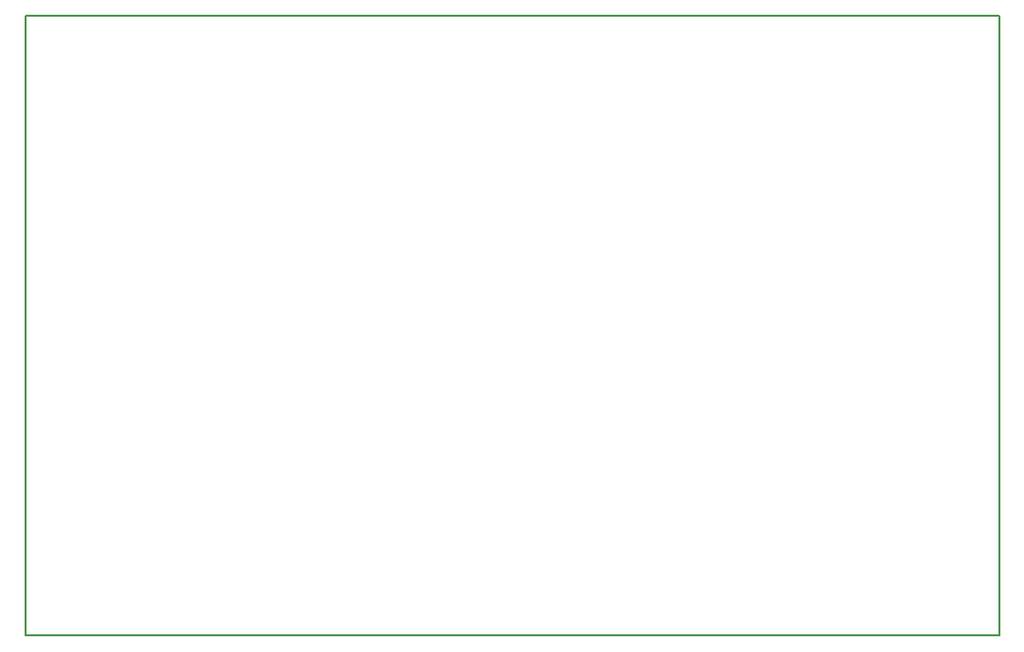
<source format=gko>
G04 #@! TF.GenerationSoftware,KiCad,Pcbnew,5.0.0-fee4fd1~66~ubuntu18.04.1*
G04 #@! TF.CreationDate,2018-12-28T16:36:32-07:00*
G04 #@! TF.ProjectId,transceiver_test,7472616E736365697665725F74657374,rev?*
G04 #@! TF.SameCoordinates,Original*
G04 #@! TF.FileFunction,Profile,NP*
%FSLAX46Y46*%
G04 Gerber Fmt 4.6, Leading zero omitted, Abs format (unit mm)*
G04 Created by KiCad (PCBNEW 5.0.0-fee4fd1~66~ubuntu18.04.1) date Fri Dec 28 16:36:32 2018*
%MOMM*%
%LPD*%
G01*
G04 APERTURE LIST*
%ADD10C,0.150000*%
G04 APERTURE END LIST*
D10*
X12700000Y-33020000D02*
X12700000Y-48260000D01*
X96520000Y-33020000D02*
X12700000Y-33020000D01*
X96520000Y-86360000D02*
X96520000Y-33020000D01*
X58420000Y-86360000D02*
X96520000Y-86360000D01*
X12700000Y-86360000D02*
X12700000Y-48260000D01*
X12700000Y-86360000D02*
X58420000Y-86360000D01*
M02*

</source>
